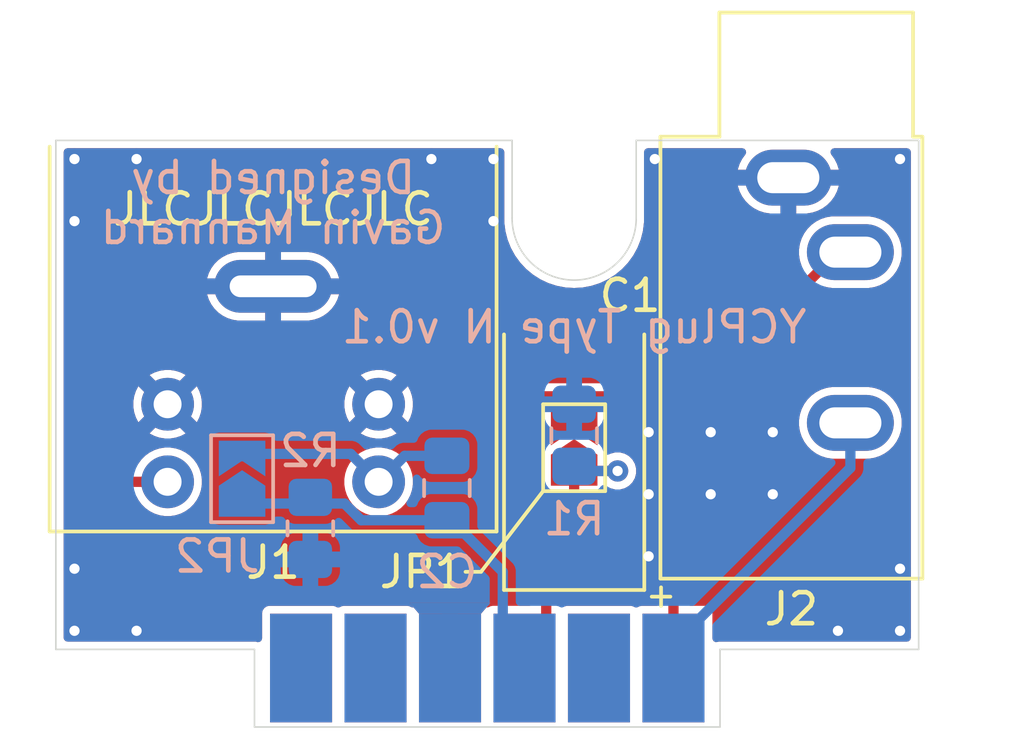
<source format=kicad_pcb>
(kicad_pcb (version 20241229) (generator "pcbnew") (generator_version "9.0")
  (title_block (title "YCPlug Type N") (date "2025-05-28") (rev "v0.1"))
  (layers (0 "F.Cu" signal) (2 "B.Cu" signal) (13 "F.Paste" user) (15 "B.Paste" user) (5 "F.SilkS" user "F.Silkscreen") (7 "B.SilkS" user "B.Silkscreen") (1 "F.Mask" user) (3 "B.Mask" user) (25 "Edge.Cuts" user))
  (net 0 "")
  (net 2 "Net-(C1-Pad2)")
  (net 3 "GND")
  (net 4 "Net-(C2-Pad1)")
  (net 5 "Net-(C2-Pad2)")
  (net 6 "Net-(J2-PadR)")
  (net 7 "Net-(J2-PadT)")
  (net 13 "Net-(C1-Pad1)")
  (footprint "retro_gaming:SNES_multiAV_plug_PCB" (layer "F.Cu") (at 134.7 115.4)
    (property "Reference" "P1" (hide yes))
    (property "Value" "SNES_multiAV_plug_PCB")
    (pad "1" smd rect (at -6 0) (size 2 3.5) (layers "F.Cu" "F.Mask" "F.Paste"))
    (pad "2" smd rect (at -6 0) (size 2 3.5) (layers "B.Cu" "B.Mask" "B.Paste"))
    (pad "3" smd rect (at -3.6 0) (size 2 3.5) (layers "F.Cu" "F.Mask" "F.Paste"))
    (pad "4" smd rect (at -3.6 0) (size 2 3.5) (layers "B.Cu" "B.Mask" "B.Paste"))
    (pad "5" smd rect (at -1.2 0) (size 2 3.5) (layers "F.Cu" "F.Mask" "F.Paste") (net 3 "GND"))
    (pad "6" smd rect (at -1.2 0) (size 2 3.5) (layers "B.Cu" "B.Mask" "B.Paste") (net 3 "GND"))
    (pad "7" smd rect (at 1.2 0) (size 2 3.5) (layers "F.Cu" "F.Mask" "F.Paste") (net 13 "Net-(C1-Pad1)"))
    (pad "8" smd rect (at 1.2 0) (size 2 3.5) (layers "B.Cu" "B.Mask" "B.Paste") (net 4 "Net-(C2-Pad1)"))
    (pad "9" smd rect (at 3.6 0) (size 2 3.5) (layers "F.Cu" "F.Mask" "F.Paste"))
    (pad "10" smd rect (at 3.6 0) (size 2 3.5) (layers "B.Cu" "B.Mask" "B.Paste"))
    (pad "11" smd rect (at 6 0) (size 2 3.5) (layers "F.Cu" "F.Mask" "F.Paste") (net 7 "Net-(J2-PadT)"))
    (pad "12" smd rect (at 6 0) (size 2 3.5) (layers "B.Cu" "B.Mask" "B.Paste") (net 6 "Net-(J2-PadR)"))
  )
  (footprint "Jumper:SolderJumper-2_P1.3mm_Open_TrianglePad1.0x1.5mm" (layer "F.Cu") (at 137.5 108.3 90)
    (property "Reference" "JP1" (at -4 -4.9 0) (layer "F.SilkS"))
    (property "Value" "SolderJumper_2_Open")
    (fp_line (start 1.4 -1) (end 1.4 1) (stroke (width 0.12)) (layer "F.SilkS"))
    (fp_line (start -1.4 -1) (end 1.4 -1) (stroke (width 0.12)) (layer "F.SilkS"))
    (fp_line (start 1.4 1) (end -1.4 1) (stroke (width 0.12)) (layer "F.SilkS"))
    (fp_line (start -1.4 1) (end -1.4 -1) (stroke (width 0.12)) (layer "F.SilkS"))
    (pad "1" smd custom (at -0.725 0 90) (size 0.3 0.3) (layers "F.Cu" "F.Mask") (net 13 "Net-(C1-Pad1)") (options (clearance outline) (anchor rect)) (primitives (gr_poly (pts (xy 1 0) (xy 0.5 0.75) (xy -0.5 0.75) (xy -0.5 -0.75) (xy 0.5 -0.75)) (width 0) (fill yes))))
    (pad "2" smd custom (at 0.725 0 90) (size 0.3 0.3) (layers "F.Cu" "F.Mask") (net 2 "Net-(C1-Pad2)") (options (clearance outline) (anchor rect)) (primitives (gr_poly (pts (xy 0.5 0.75) (xy -0.65 0.75) (xy -0.15 0) (xy -0.65 -0.75) (xy 0.5 -0.75)) (width 0) (fill yes))))
  )
  (footprint "retro_gaming:MD-40S" (layer "F.Cu") (at 127.8 98.4 180)
    (property "Reference" "J1" (at 0 -13.6 0) (layer "F.SilkS"))
    (property "Value" "Mini-DIN-4")
    (fp_line (start 7.2 -0.2) (end 7.2 -12.6) (stroke (width 0.12)) (layer "F.SilkS"))
    (fp_line (start 7.2 -12.6) (end -7.2 -12.6) (stroke (width 0.12)) (layer "F.SilkS"))
    (fp_line (start -7.2 -12.6) (end -7.2 -0.2) (stroke (width 0.12)) (layer "F.SilkS"))
    (pad "" thru_hole oval (at 0 -4.7 180) (size 3.8 1.7) (drill oval 2.8 0.7) (layers "*.Cu" "*.Mask") (net 3 "GND"))
    (pad "1" thru_hole circle (at 3.4 -8.5 180) (size 1.7 1.7) (drill 0.9) (layers "*.Cu" "*.Mask") (net 3 "GND"))
    (pad "2" thru_hole circle (at -3.4 -8.5 180) (size 1.7 1.7) (drill 0.9) (layers "*.Cu" "*.Mask") (net 3 "GND"))
    (pad "3" thru_hole circle (at 3.4 -11 180) (size 1.7 1.7) (drill 0.9) (layers "*.Cu" "*.Mask") (net 2 "Net-(C1-Pad2)"))
    (pad "4" thru_hole circle (at -3.4 -11 180) (size 1.7 1.7) (drill 0.9) (layers "*.Cu" "*.Mask") (net 5 "Net-(C2-Pad2)"))
  )
  (footprint "Connector_Audio:Jack_3.5mm_CUI_SJ1-3533NG_Horizontal" (layer "F.Cu") (at 144.4 99.6)
    (property "Reference" "J2" (at 0.1 13.9 0) (layer "F.SilkS"))
    (property "Value" "AudioJack3")
    (fp_line (start -4.12 -1.32) (end -2.22 -1.32) (stroke (width 0.12)) (layer "F.SilkS"))
    (fp_line (start -4.12 12.92) (end -4.12 -1.32) (stroke (width 0.12)) (layer "F.SilkS"))
    (fp_line (start -2.22 -5.32) (end 4.02 -5.32) (stroke (width 0.12)) (layer "F.SilkS"))
    (fp_line (start -2.22 -1.32) (end -2.22 -5.32) (stroke (width 0.12)) (layer "F.SilkS"))
    (fp_line (start 4.02 -5.32) (end 4.02 -1.32) (stroke (width 0.12)) (layer "F.SilkS"))
    (fp_line (start 4.02 -1.32) (end 4.32 -1.32) (stroke (width 0.12)) (layer "F.SilkS"))
    (fp_line (start 4.32 -1.32) (end 4.32 12.92) (stroke (width 0.12)) (layer "F.SilkS"))
    (fp_line (start 4.32 12.92) (end -4.12 12.92) (stroke (width 0.12)) (layer "F.SilkS"))
    (pad "R" thru_hole oval (at 2 7.9) (size 2.8 1.8) (drill oval 2 1) (layers "*.Cu" "*.Mask") (net 6 "Net-(J2-PadR)"))
    (pad "S" thru_hole oval (at 0 0) (size 2.8 1.8) (drill oval 2 1) (layers "*.Cu" "*.Mask") (net 3 "GND"))
    (pad "T" thru_hole oval (at 2 2.4) (size 2.8 1.8) (drill oval 2 1) (layers "*.Cu" "*.Mask") (net 7 "Net-(J2-PadT)"))
  )
  (footprint "Capacitor_Tantalum_SMD:CP_EIA-7343-30_AVX-N_Pad2.25x2.55mm_HandSolder" (layer "F.Cu") (at 137.5 108.3 90)
    (property "Reference" "C1" (at 4.9 1.8 180) (layer "F.SilkS"))
    (property "Value" "470u")
    (fp_line (start 3.65 -2.26) (end -4.585 -2.26) (stroke (width 0.12)) (layer "F.SilkS"))
    (fp_line (start -4.585 -2.26) (end -4.585 2.26) (stroke (width 0.12)) (layer "F.SilkS"))
    (fp_line (start -4.585 2.26) (end 3.65 2.26) (stroke (width 0.12)) (layer "F.SilkS"))
    (pad "1" smd roundrect (at -3.2 0 90) (size 2.25 2.55) (layers "F.Cu" "F.Mask" "F.Paste") (roundrect_rratio 0.111111) (net 13 "Net-(C1-Pad1)"))
    (pad "2" smd roundrect (at 3.2 0 90) (size 2.25 2.55) (layers "F.Cu" "F.Mask" "F.Paste") (roundrect_rratio 0.111111) (net 2 "Net-(C1-Pad2)"))
  )
  (footprint "Capacitor_SMD:C_0805_2012Metric_Pad1.18x1.45mm_HandSolder" (layer "B.Cu") (at 133.4 109.6 90)
    (property "Reference" "C2" (at -2.7 0 180) (layer "B.SilkS") (effects (justify mirror)))
    (property "Value" "0.1u")
    (fp_line (start -0.261252 -0.735) (end 0.261252 -0.735) (stroke (width 0.12)) (layer "B.SilkS"))
    (fp_line (start -0.261252 0.735) (end 0.261252 0.735) (stroke (width 0.12)) (layer "B.SilkS"))
    (pad "1" smd roundrect (at -1.0375 0 90) (size 1.175 1.45) (layers "B.Cu" "B.Mask" "B.Paste") (roundrect_rratio 0.212766) (net 4 "Net-(C2-Pad1)"))
    (pad "2" smd roundrect (at 1.0375 0 90) (size 1.175 1.45) (layers "B.Cu" "B.Mask" "B.Paste") (roundrect_rratio 0.212766) (net 5 "Net-(C2-Pad2)"))
  )
  (footprint "Jumper:SolderJumper-2_P1.3mm_Open_TrianglePad1.0x1.5mm" (layer "B.Cu") (at 126.8 109.3 90)
    (property "Reference" "JP2" (at -2.5 -0.8 180) (layer "B.SilkS") (effects (justify mirror)))
    (property "Value" "SolderJumper_2_Open")
    (fp_line (start 1.4 -1) (end -1.4 -1) (stroke (width 0.12)) (layer "B.SilkS"))
    (fp_line (start -1.4 -1) (end -1.4 1) (stroke (width 0.12)) (layer "B.SilkS"))
    (fp_line (start 1.4 1) (end 1.4 -1) (stroke (width 0.12)) (layer "B.SilkS"))
    (fp_line (start -1.4 1) (end 1.4 1) (stroke (width 0.12)) (layer "B.SilkS"))
    (pad "1" smd custom (at -0.725 0 90) (size 0.3 0.3) (layers "B.Cu" "B.Mask") (net 4 "Net-(C2-Pad1)") (options (clearance outline) (anchor rect)) (primitives (gr_poly (pts (xy 1 0) (xy 0.5 -0.75) (xy -0.5 -0.75) (xy -0.5 0.75) (xy 0.5 0.75)) (width 0) (fill yes))))
    (pad "2" smd custom (at 0.725 0 90) (size 0.3 0.3) (layers "B.Cu" "B.Mask") (net 5 "Net-(C2-Pad2)") (options (clearance outline) (anchor rect)) (primitives (gr_poly (pts (xy 0.5 -0.75) (xy -0.65 -0.75) (xy -0.15 0) (xy -0.65 0.75) (xy 0.5 0.75)) (width 0) (fill yes))))
  )
  (footprint "Resistor_SMD:R_0805_2012Metric_Pad1.20x1.40mm_HandSolder" (layer "B.Cu") (at 129 110.9 -90)
    (property "Reference" "R2" (at -2.5 0 180) (layer "B.SilkS") (effects (justify mirror)))
    (property "Value" "75")
    (fp_line (start -0.227064 0.735) (end 0.227064 0.735) (stroke (width 0.12)) (layer "B.SilkS"))
    (fp_line (start -0.227064 -0.735) (end 0.227064 -0.735) (stroke (width 0.12)) (layer "B.SilkS"))
    (pad "1" smd roundrect (at -1 0 270) (size 1.2 1.4) (layers "B.Cu" "B.Mask" "B.Paste") (roundrect_rratio 0.208333) (net 4 "Net-(C2-Pad1)"))
    (pad "2" smd roundrect (at 1 0 270) (size 1.2 1.4) (layers "B.Cu" "B.Mask" "B.Paste") (roundrect_rratio 0.208333) (net 3 "GND"))
  )
  (footprint "Resistor_SMD:R_0805_2012Metric_Pad1.20x1.40mm_HandSolder" (layer "B.Cu") (at 137.5 107.9 90)
    (property "Reference" "R1" (at -2.7 0 180) (layer "B.SilkS") (effects (justify mirror)))
    (property "Value" "75")
    (fp_line (start -0.227064 -0.735) (end 0.227064 -0.735) (stroke (width 0.12)) (layer "B.SilkS"))
    (fp_line (start -0.227064 0.735) (end 0.227064 0.735) (stroke (width 0.12)) (layer "B.SilkS"))
    (pad "1" smd roundrect (at -1 0 90) (size 1.2 1.4) (layers "B.Cu" "B.Mask" "B.Paste") (roundrect_rratio 0.208333) (net 13 "Net-(C1-Pad1)"))
    (pad "2" smd roundrect (at 1 0 90) (size 1.2 1.4) (layers "B.Cu" "B.Mask" "B.Paste") (roundrect_rratio 0.208333) (net 3 "GND"))
  )
  (gr_line (start 134.5 112.3) (end 134 112.3) (stroke (width 0.12)) (layer "F.SilkS"))
  (gr_line (start 140 113.1) (end 140.6 113.1) (stroke (width 0.12)) (layer "F.SilkS"))
  (gr_line (start 140.3 112.8) (end 140.3 113.4) (stroke (width 0.12)) (layer "F.SilkS"))
  (gr_line (start 134.5 112.3) (end 136.5 109.7) (stroke (width 0.12)) (layer "F.SilkS"))
  (gr_line (start 148.6 98.4) (end 148.6 106.05) (stroke (width 0.05)) (layer "Edge.Cuts"))
  (gr_line (start 142.2 117.3) (end 142.2 114.8) (stroke (width 0.05)) (layer "Edge.Cuts"))
  (gr_line (start 142.2 114.8) (end 148.6 114.8) (stroke (width 0.05)) (layer "Edge.Cuts"))
  (gr_line (start 139.5 100.9) (end 139.5 98.4) (stroke (width 0.05)) (layer "Edge.Cuts"))
  (gr_line (start 139.5 98.4) (end 148.6 98.4) (stroke (width 0.05)) (layer "Edge.Cuts"))
  (gr_line (start 120.8 114.8) (end 120.8 98.4) (stroke (width 0.05)) (layer "Edge.Cuts"))
  (gr_line (start 127.2 114.8) (end 127.2 117.3) (stroke (width 0.05)) (layer "Edge.Cuts"))
  (gr_line (start 135.5 98.4) (end 135.5 100.9) (stroke (width 0.05)) (layer "Edge.Cuts"))
  (gr_line (start 148.6 114.8) (end 148.6 106.05) (stroke (width 0.05)) (layer "Edge.Cuts"))
  (gr_arc (start 139.5 100.9) (mid 137.5 102.9) (end 135.5 100.9) (stroke (width 0.05)) (layer "Edge.Cuts"))
  (gr_line (start 120.8 98.4) (end 135.5 98.4) (stroke (width 0.05)) (layer "Edge.Cuts"))
  (gr_line (start 127.2 117.3) (end 142.2 117.3) (stroke (width 0.05)) (layer "Edge.Cuts"))
  (gr_line (start 120.8 114.8) (end 127.2 114.8) (stroke (width 0.05)) (layer "Edge.Cuts"))
  (gr_text "JLCJLCJLCJLC" (at 127.8 101.2 0) (layer "F.SilkS") (effects (font (size 1 1)) (justify bottom)))
  (gr_text "YCPlug Type N v0.1" (at 137.5 105 0) (layer "B.SilkS") (effects (font (size 1 1)) (justify bottom mirror)))
  (gr_text "Designed by\nGavin Mannard" (at 127.8 101.8 0) (layer "B.SilkS") (effects (font (size 1 1)) (justify bottom mirror)))
  (segment (start 122.15 106.2) (end 122.15 108.35) (width 0.3302) (layer "F.Cu") (net 2))
  (segment (start 137.35 104.95) (end 123.4 104.95) (width 0.3302) (layer "F.Cu") (net 2))
  (segment (start 123.4 104.95) (end 122.15 106.2) (width 0.3302) (layer "F.Cu") (net 2))
  (segment (start 137.5 105.1) (end 137.35 104.95) (width 0.3302) (layer "F.Cu") (net 2))
  (segment (start 123.2 109.4) (end 124.4 109.4) (width 0.3302) (layer "F.Cu") (net 2))
  (segment (start 122.15 108.35) (end 123.2 109.4) (width 0.3302) (layer "F.Cu") (net 2))
  (segment (start 137.5 107.575) (end 137.5 105.1) (width 0.3302) (layer "F.Cu") (net 2))
  (via (at 121.4 114.2) (size 0.6858) (drill 0.3302) (layers "F.Cu" "B.Cu") (net 3))
  (via (at 143.9 109.8) (size 0.6858) (drill 0.3302) (layers "F.Cu" "B.Cu") (net 3))
  (via (at 121.4 101) (size 0.6858) (drill 0.3302) (layers "F.Cu" "B.Cu") (net 3))
  (via (at 139.9 109.8) (size 0.6858) (drill 0.3302) (layers "F.Cu" "B.Cu") (net 3))
  (via (at 146 114.2) (size 0.6858) (drill 0.3302) (layers "F.Cu" "B.Cu") (net 3))
  (via (at 140.1 99) (size 0.6858) (drill 0.3302) (layers "F.Cu" "B.Cu") (net 3))
  (via (at 148 114.2) (size 0.6858) (drill 0.3302) (layers "F.Cu" "B.Cu") (net 3))
  (via (at 121.4 99) (size 0.6858) (drill 0.3302) (layers "F.Cu" "B.Cu") (net 3))
  (via (at 123.4 99) (size 0.6858) (drill 0.3302) (layers "F.Cu" "B.Cu") (net 3))
  (via (at 141.9 107.8) (size 0.6858) (drill 0.3302) (layers "F.Cu" "B.Cu") (net 3))
  (via (at 139.9 107.8) (size 0.6858) (drill 0.3302) (layers "F.Cu" "B.Cu") (net 3))
  (via (at 134.9 101) (size 0.6858) (drill 0.3302) (layers "F.Cu" "B.Cu") (net 3))
  (via (at 123.4 114.2) (size 0.6858) (drill 0.3302) (layers "F.Cu" "B.Cu") (net 3))
  (via (at 121.4 112.2) (size 0.6858) (drill 0.3302) (layers "F.Cu" "B.Cu") (net 3))
  (via (at 148 112.2) (size 0.6858) (drill 0.3302) (layers "F.Cu" "B.Cu") (net 3))
  (via (at 148 99) (size 0.6858) (drill 0.3302) (layers "F.Cu" "B.Cu") (net 3))
  (via (at 143.9 107.8) (size 0.6858) (drill 0.3302) (layers "F.Cu" "B.Cu") (net 3))
  (via (at 132.9 99) (size 0.6858) (drill 0.3302) (layers "F.Cu" "B.Cu") (net 3))
  (via (at 139.9 111.8) (size 0.6858) (drill 0.3302) (layers "F.Cu" "B.Cu") (net 3))
  (via (at 134.9 99) (size 0.6858) (drill 0.3302) (layers "F.Cu" "B.Cu") (net 3))
  (via (at 141.9 109.8) (size 0.6858) (drill 0.3302) (layers "F.Cu" "B.Cu") (net 3))
  (segment (start 135.2 112.3) (end 133.5375 110.6375) (width 0.3302) (layer "B.Cu") (net 4))
  (segment (start 130.6375 110.6375) (end 130.1 110.1) (width 0.3302) (layer "B.Cu") (net 4))
  (segment (start 126.875 110.1) (end 126.8 110.025) (width 0.3302) (layer "B.Cu") (net 4))
  (segment (start 128.8 110.1) (end 126.875 110.1) (width 0.3302) (layer "B.Cu") (net 4))
  (segment (start 133.5375 110.6375) (end 133.4 110.6375) (width 0.3302) (layer "B.Cu") (net 4))
  (segment (start 135.9 115.4) (end 135.2 114.7) (width 0.3302) (layer "B.Cu") (net 4))
  (segment (start 129 109.9) (end 128.8 110.1) (width 0.3302) (layer "B.Cu") (net 4))
  (segment (start 129.2 110.1) (end 129 109.9) (width 0.3302) (layer "B.Cu") (net 4))
  (segment (start 130.1 110.1) (end 129.2 110.1) (width 0.3302) (layer "B.Cu") (net 4))
  (segment (start 133.4 110.6375) (end 130.6375 110.6375) (width 0.3302) (layer "B.Cu") (net 4))
  (segment (start 135.2 114.7) (end 135.2 112.3) (width 0.3302) (layer "B.Cu") (net 4))
  (segment (start 126.8 108.575) (end 126.875 108.5) (width 0.3302) (layer "B.Cu") (net 5))
  (segment (start 133.4 108.5625) (end 132.0375 108.5625) (width 0.3302) (layer "B.Cu") (net 5))
  (segment (start 126.875 108.5) (end 130.3 108.5) (width 0.3302) (layer "B.Cu") (net 5))
  (segment (start 132.0375 108.5625) (end 131.2 109.4) (width 0.3302) (layer "B.Cu") (net 5))
  (segment (start 130.3 108.5) (end 131.2 109.4) (width 0.3302) (layer "B.Cu") (net 5))
  (segment (start 146.4 108.95) (end 146.4 107.5) (width 0.3302) (layer "B.Cu") (net 6))
  (segment (start 141.5 114.6) (end 141.5 113.85) (width 0.3302) (layer "B.Cu") (net 6))
  (segment (start 140.7 115.4) (end 141.5 114.6) (width 0.3302) (layer "B.Cu") (net 6))
  (segment (start 141.5 113.85) (end 146.4 108.95) (width 0.3302) (layer "B.Cu") (net 6))
  (segment (start 140.7 107.3) (end 146 102) (width 0.3302) (layer "F.Cu") (net 7))
  (segment (start 140.7 115.4) (end 140.7 107.3) (width 0.3302) (layer "F.Cu") (net 7))
  (segment (start 146 102) (end 146.4 102) (width 0.3302) (layer "F.Cu") (net 7))
  (segment (start 136.6 114.7) (end 136.6 112.4) (width 0.3302) (layer "F.Cu") (net 13))
  (segment (start 137.525 109.05) (end 137.5 109.025) (width 0.3302) (layer "F.Cu") (net 13))
  (segment (start 136.6 112.4) (end 137.5 111.5) (width 0.3302) (layer "F.Cu") (net 13))
  (segment (start 135.9 115.4) (end 136.6 114.7) (width 0.3302) (layer "F.Cu") (net 13))
  (segment (start 138.9 109.05) (end 137.525 109.05) (width 0.3302) (layer "F.Cu") (net 13))
  (segment (start 137.5 111.5) (end 137.5 109.025) (width 0.3302) (layer "F.Cu") (net 13))
  (via (at 138.9 109.05) (size 0.6858) (drill 0.3302) (layers "F.Cu" "B.Cu") (net 13))
  (segment (start 138.9 109.05) (end 137.65 109.05) (width 0.3302) (layer "B.Cu") (net 13))
  (segment (start 137.65 109.05) (end 137.5 108.9) (width 0.3302) (layer "B.Cu") (net 13))
  (zone (net 3) (net_name "GND") (layers "F.Cu" "B.Cu") (priority 1) (connect_pads yes (clearance 0.254)) (min_thickness 0.254) (fill yes (thermal_gap 0.254) (thermal_bridge_width 0.508))
    (polygon (pts (xy 132.2 113.3) (xy 134.8 113.3) (xy 134.5 113.65) (xy 132.5 113.65)))
  )
  (zone (net 3) (net_name "GND") (layers "F.Cu" "B.Cu") (connect_pads (clearance 0.254)) (min_thickness 0.254) (fill yes (thermal_gap 0.254) (thermal_bridge_width 0.508))
    (polygon (pts (xy 152 118) (xy 119 118) (xy 119 94) (xy 152 94)))
  )
)
</source>
